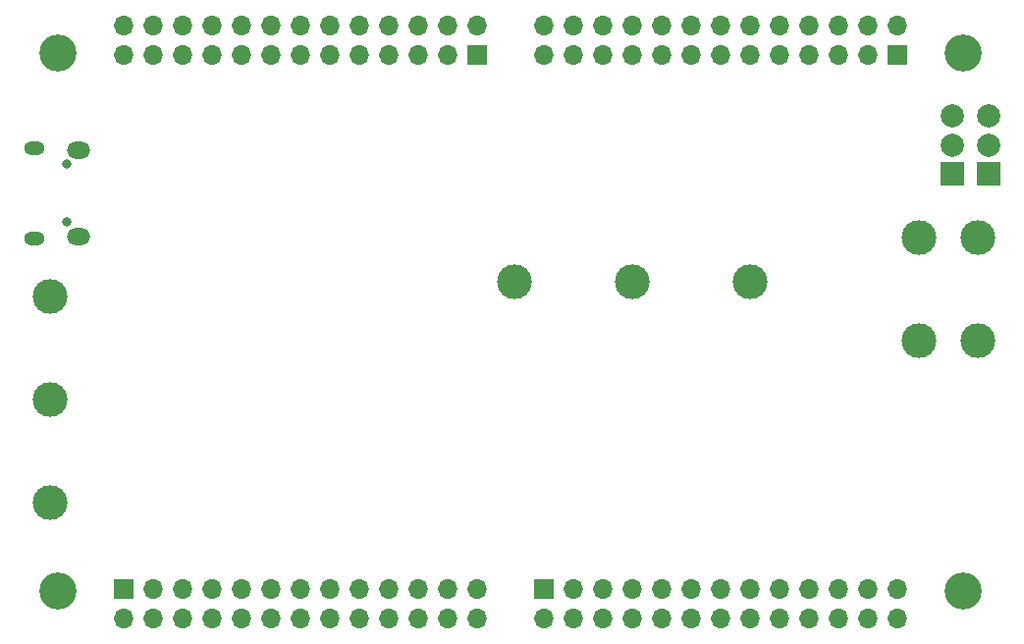
<source format=gbs>
G04 #@! TF.GenerationSoftware,KiCad,Pcbnew,7.0.9*
G04 #@! TF.CreationDate,2024-12-23T13:01:37-05:00*
G04 #@! TF.ProjectId,ramn,72616d6e-2e6b-4696-9361-645f70636258,rev?*
G04 #@! TF.SameCoordinates,Original*
G04 #@! TF.FileFunction,Soldermask,Bot*
G04 #@! TF.FilePolarity,Negative*
%FSLAX46Y46*%
G04 Gerber Fmt 4.6, Leading zero omitted, Abs format (unit mm)*
G04 Created by KiCad (PCBNEW 7.0.9) date 2024-12-23 13:01:37*
%MOMM*%
%LPD*%
G01*
G04 APERTURE LIST*
%ADD10C,2.000000*%
%ADD11R,2.000000X2.000000*%
%ADD12C,3.000000*%
%ADD13R,1.700000X1.700000*%
%ADD14O,1.700000X1.700000*%
%ADD15C,3.200000*%
%ADD16O,0.800000X0.800000*%
%ADD17O,1.800000X1.150000*%
%ADD18O,2.000000X1.450000*%
G04 APERTURE END LIST*
D10*
G04 #@! TO.C,J2*
X121614000Y-52404000D03*
X124714000Y-52404000D03*
X121614000Y-54904000D03*
X124714000Y-54904000D03*
D11*
X121614000Y-57404000D03*
X124714000Y-57404000D03*
G04 #@! TD*
D12*
G04 #@! TO.C,TP1*
X43815000Y-85725000D03*
G04 #@! TD*
D13*
G04 #@! TO.C,J5*
X86360000Y-93218000D03*
D14*
X86360000Y-95758000D03*
X88900000Y-93218000D03*
X88900000Y-95758000D03*
X91440000Y-93218000D03*
X91440000Y-95758000D03*
X93980000Y-93218000D03*
X93980000Y-95758000D03*
X96520000Y-93218000D03*
X96520000Y-95758000D03*
X99060000Y-93218000D03*
X99060000Y-95758000D03*
X101600000Y-93218000D03*
X101600000Y-95758000D03*
X104140000Y-93218000D03*
X104140000Y-95758000D03*
X106680000Y-93218000D03*
X106680000Y-95758000D03*
X109220000Y-93218000D03*
X109220000Y-95758000D03*
X111760000Y-93218000D03*
X111760000Y-95758000D03*
X114300000Y-93218000D03*
X114300000Y-95758000D03*
X116840000Y-93218000D03*
X116840000Y-95758000D03*
G04 #@! TD*
D13*
G04 #@! TO.C,J4*
X50165000Y-93218000D03*
D14*
X50165000Y-95758000D03*
X52705000Y-93218000D03*
X52705000Y-95758000D03*
X55245000Y-93218000D03*
X55245000Y-95758000D03*
X57785000Y-93218000D03*
X57785000Y-95758000D03*
X60325000Y-93218000D03*
X60325000Y-95758000D03*
X62865000Y-93218000D03*
X62865000Y-95758000D03*
X65405000Y-93218000D03*
X65405000Y-95758000D03*
X67945000Y-93218000D03*
X67945000Y-95758000D03*
X70485000Y-93218000D03*
X70485000Y-95758000D03*
X73025000Y-93218000D03*
X73025000Y-95758000D03*
X75565000Y-93218000D03*
X75565000Y-95758000D03*
X78105000Y-93218000D03*
X78105000Y-95758000D03*
X80645000Y-93218000D03*
X80645000Y-95758000D03*
G04 #@! TD*
D13*
G04 #@! TO.C,J6*
X116840000Y-47117000D03*
D14*
X116840000Y-44577000D03*
X114300000Y-47117000D03*
X114300000Y-44577000D03*
X111760000Y-47117000D03*
X111760000Y-44577000D03*
X109220000Y-47117000D03*
X109220000Y-44577000D03*
X106680000Y-47117000D03*
X106680000Y-44577000D03*
X104140000Y-47117000D03*
X104140000Y-44577000D03*
X101600000Y-47117000D03*
X101600000Y-44577000D03*
X99060000Y-47117000D03*
X99060000Y-44577000D03*
X96520000Y-47117000D03*
X96520000Y-44577000D03*
X93980000Y-47117000D03*
X93980000Y-44577000D03*
X91440000Y-47117000D03*
X91440000Y-44577000D03*
X88900000Y-47117000D03*
X88900000Y-44577000D03*
X86360000Y-47117000D03*
X86360000Y-44577000D03*
G04 #@! TD*
D15*
G04 #@! TO.C,H4*
X122555000Y-46990000D03*
G04 #@! TD*
G04 #@! TO.C,H2*
X44450000Y-93345000D03*
G04 #@! TD*
D14*
G04 #@! TO.C,J3*
X50165000Y-44577000D03*
X50165000Y-47117000D03*
X52705000Y-44577000D03*
X52705000Y-47117000D03*
X55245000Y-44577000D03*
X55245000Y-47117000D03*
X57785000Y-44577000D03*
X57785000Y-47117000D03*
X60325000Y-44577000D03*
X60325000Y-47117000D03*
X62865000Y-44577000D03*
X62865000Y-47117000D03*
X65405000Y-44577000D03*
X65405000Y-47117000D03*
X67945000Y-44577000D03*
X67945000Y-47117000D03*
X70485000Y-44577000D03*
X70485000Y-47117000D03*
X73025000Y-44577000D03*
X73025000Y-47117000D03*
X75565000Y-44577000D03*
X75565000Y-47117000D03*
X78105000Y-44577000D03*
X78105000Y-47117000D03*
X80645000Y-44577000D03*
D13*
X80645000Y-47117000D03*
G04 #@! TD*
D12*
G04 #@! TO.C,TP10*
X104140000Y-66675000D03*
G04 #@! TD*
G04 #@! TO.C,TP7*
X123825000Y-62865000D03*
G04 #@! TD*
G04 #@! TO.C,TP6*
X118745000Y-62865000D03*
G04 #@! TD*
G04 #@! TO.C,TP5*
X123825000Y-71755000D03*
G04 #@! TD*
G04 #@! TO.C,TP4*
X118745000Y-71755000D03*
G04 #@! TD*
G04 #@! TO.C,TP9*
X93980000Y-66675000D03*
G04 #@! TD*
G04 #@! TO.C,TP8*
X83820000Y-66675000D03*
G04 #@! TD*
G04 #@! TO.C,TP3*
X43815000Y-76835000D03*
G04 #@! TD*
G04 #@! TO.C,TP2*
X43815000Y-67945000D03*
G04 #@! TD*
D16*
G04 #@! TO.C,J1*
X45250000Y-61555000D03*
X45250000Y-56555000D03*
D17*
X42500000Y-62930000D03*
X42500000Y-55180000D03*
D18*
X46300000Y-62780000D03*
X46300000Y-55330000D03*
G04 #@! TD*
D15*
G04 #@! TO.C,H3*
X44450000Y-46990000D03*
G04 #@! TD*
G04 #@! TO.C,H1*
X122555000Y-93345000D03*
G04 #@! TD*
M02*

</source>
